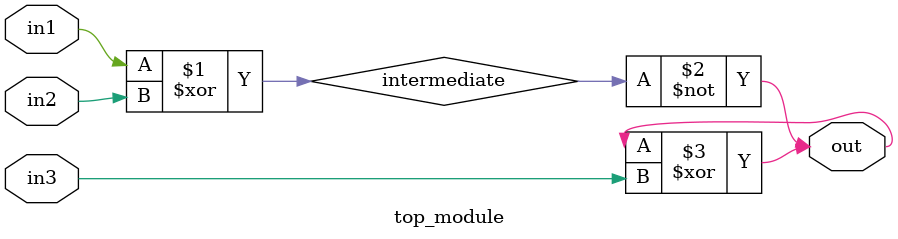
<source format=sv>
module top_module (
    input in1,
    input in2,
    input in3,
    output logic out
);

    logic intermediate;

    // Perform bitwise XOR operation on in1 and in2
    assign intermediate = in1 ^ in2;

    // Perform bitwise NOT operation on the result
    assign out = ~intermediate;

    // Perform another bitwise XOR operation with in3
    assign out = out ^ in3;

endmodule

</source>
